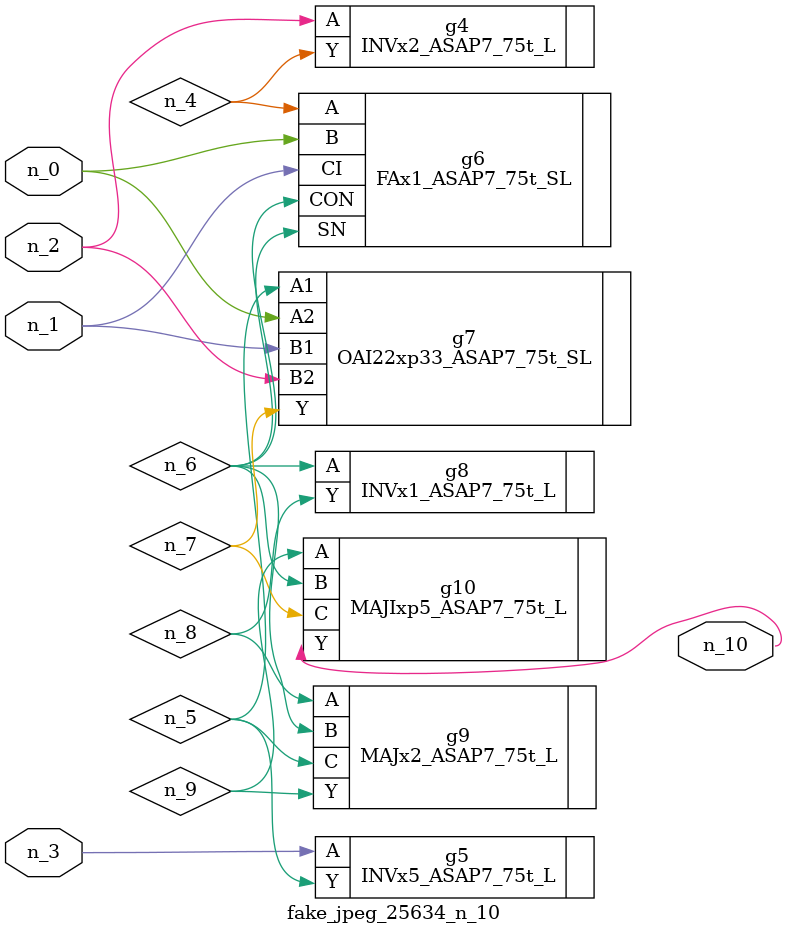
<source format=v>
module fake_jpeg_25634_n_10 (n_0, n_3, n_2, n_1, n_10);

input n_0;
input n_3;
input n_2;
input n_1;

output n_10;

wire n_4;
wire n_8;
wire n_9;
wire n_6;
wire n_5;
wire n_7;

INVx2_ASAP7_75t_L g4 ( 
.A(n_2),
.Y(n_4)
);

INVx5_ASAP7_75t_L g5 ( 
.A(n_3),
.Y(n_5)
);

FAx1_ASAP7_75t_SL g6 ( 
.A(n_4),
.B(n_0),
.CI(n_1),
.CON(n_6),
.SN(n_6)
);

INVx1_ASAP7_75t_L g8 ( 
.A(n_6),
.Y(n_8)
);

OAI22xp33_ASAP7_75t_SL g7 ( 
.A1(n_5),
.A2(n_0),
.B1(n_1),
.B2(n_2),
.Y(n_7)
);

MAJx2_ASAP7_75t_L g9 ( 
.A(n_8),
.B(n_6),
.C(n_5),
.Y(n_9)
);

MAJIxp5_ASAP7_75t_L g10 ( 
.A(n_9),
.B(n_6),
.C(n_7),
.Y(n_10)
);


endmodule
</source>
